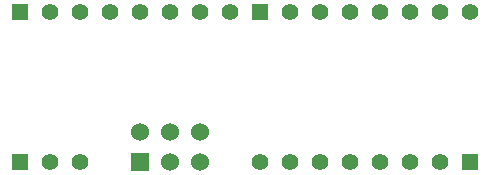
<source format=gbs>
G04 (created by PCBNEW (2013-june-11)-stable) date Sat 19 Jul 2014 03:05:36 PM PDT*
%MOIN*%
G04 Gerber Fmt 3.4, Leading zero omitted, Abs format*
%FSLAX34Y34*%
G01*
G70*
G90*
G04 APERTURE LIST*
%ADD10C,0.00590551*%
%ADD11R,0.055X0.055*%
%ADD12C,0.055*%
%ADD13R,0.06X0.06*%
%ADD14C,0.06*%
G04 APERTURE END LIST*
G54D10*
G54D11*
X109500Y-49000D03*
G54D12*
X108500Y-49000D03*
X107500Y-49000D03*
X106500Y-49000D03*
X105500Y-49000D03*
X104500Y-49000D03*
X103500Y-49000D03*
X102500Y-49000D03*
G54D11*
X94500Y-44000D03*
G54D12*
X95500Y-44000D03*
X96500Y-44000D03*
X97500Y-44000D03*
X98500Y-44000D03*
X99500Y-44000D03*
X100500Y-44000D03*
X101500Y-44000D03*
G54D11*
X102500Y-44000D03*
G54D12*
X103500Y-44000D03*
X104500Y-44000D03*
X105500Y-44000D03*
X106500Y-44000D03*
X107500Y-44000D03*
X108500Y-44000D03*
X109500Y-44000D03*
G54D11*
X94500Y-49000D03*
G54D12*
X95500Y-49000D03*
X96500Y-49000D03*
G54D13*
X98500Y-49000D03*
G54D14*
X98500Y-48000D03*
X99500Y-49000D03*
X99500Y-48000D03*
X100500Y-49000D03*
X100500Y-48000D03*
M02*

</source>
